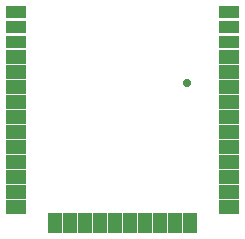
<source format=gts>
G04*
G04 #@! TF.GenerationSoftware,Altium Limited,Altium Designer,18.0.11 (651)*
G04*
G04 Layer_Color=8388736*
%FSAX44Y44*%
%MOMM*%
G71*
G01*
G75*
%ADD11R,1.7032X1.1032*%
%ADD12R,1.7032X1.1532*%
%ADD13R,1.1532X1.7032*%
%ADD14C,0.7032*%
D11*
X01060196Y00908000D02*
D03*
Y00895300D02*
D03*
Y00882600D02*
D03*
X00879696D02*
D03*
Y00895300D02*
D03*
Y00908000D02*
D03*
D12*
X01060196Y00869900D02*
D03*
Y00857200D02*
D03*
Y00844500D02*
D03*
Y00831800D02*
D03*
Y00819100D02*
D03*
Y00806400D02*
D03*
Y00793700D02*
D03*
Y00781000D02*
D03*
Y00768300D02*
D03*
Y00755600D02*
D03*
Y00742900D02*
D03*
X00879696D02*
D03*
Y00755600D02*
D03*
Y00768300D02*
D03*
Y00781000D02*
D03*
Y00793700D02*
D03*
Y00806400D02*
D03*
Y00819100D02*
D03*
Y00831800D02*
D03*
Y00844500D02*
D03*
Y00857200D02*
D03*
Y00869900D02*
D03*
D13*
X01027096Y00728900D02*
D03*
X01014396D02*
D03*
X01001696D02*
D03*
X00988996D02*
D03*
X00976296D02*
D03*
X00963596D02*
D03*
X00950896D02*
D03*
X00938196D02*
D03*
X00925496D02*
D03*
X00912796D02*
D03*
D14*
X01024750Y00847500D02*
D03*
M02*

</source>
